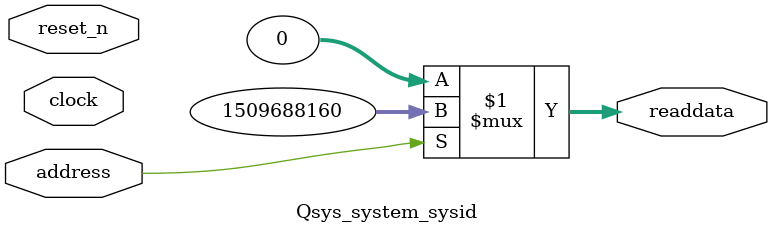
<source format=v>



// synthesis translate_off
`timescale 1ns / 1ps
// synthesis translate_on

// turn off superfluous verilog processor warnings 
// altera message_level Level1 
// altera message_off 10034 10035 10036 10037 10230 10240 10030 

module Qsys_system_sysid (
               // inputs:
                address,
                clock,
                reset_n,

               // outputs:
                readdata
             )
;

  output  [ 31: 0] readdata;
  input            address;
  input            clock;
  input            reset_n;

  wire    [ 31: 0] readdata;
  //control_slave, which is an e_avalon_slave
  assign readdata = address ? 1509688160 : 0;

endmodule




</source>
